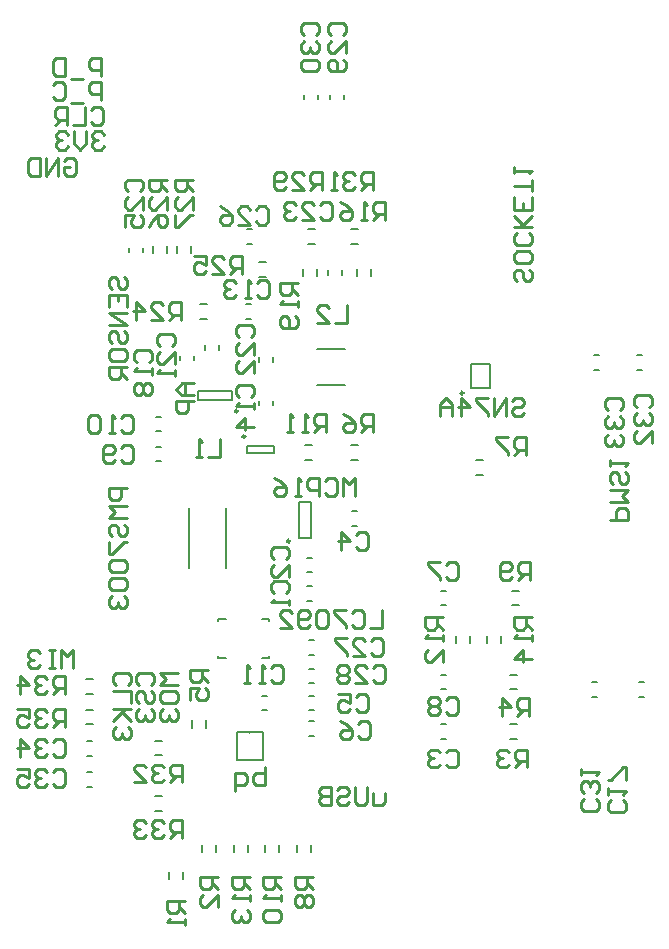
<source format=gbo>
G04*
G04 #@! TF.GenerationSoftware,Altium Limited,Altium Designer,18.0.7 (293)*
G04*
G04 Layer_Color=32896*
%FSLAX42Y42*%
%MOMM*%
G71*
G01*
G75*
%ADD10C,0.25*%
%ADD12C,0.20*%
%ADD13C,0.10*%
%ADD15C,0.25*%
D10*
X5575Y6954D02*
G03*
X5575Y6954I-12J0D01*
G01*
X5638Y6739D02*
G03*
X5638Y6739I-12J0D01*
G01*
X6017Y5853D02*
G03*
X6017Y5853I-12J0D01*
G01*
X7485Y7107D02*
G03*
X7485Y7107I-12J0D01*
G01*
D12*
X5664Y4240D02*
G03*
X5689Y4240I12J0D01*
G01*
X6258Y9594D02*
Y9634D01*
X6138Y9594D02*
Y9634D01*
X6474Y9594D02*
Y9634D01*
X6353Y9594D02*
Y9634D01*
X6168Y8373D02*
X6228D01*
X6168Y8493D02*
X6228D01*
X6536Y8493D02*
X6596D01*
X6536Y8373D02*
X6596D01*
X5657D02*
X5697D01*
X5657Y8493D02*
X5697D01*
X5419Y7473D02*
Y7513D01*
X5299Y7473D02*
Y7513D01*
X5644Y7858D02*
X5684D01*
X5644Y7738D02*
X5684D01*
X5178Y8289D02*
Y8349D01*
X5058Y8289D02*
Y8349D01*
X4975Y8289D02*
Y8349D01*
X4855Y8289D02*
Y8349D01*
X4772Y8299D02*
Y8339D01*
X4652Y8299D02*
Y8339D01*
X5253Y7738D02*
X5313D01*
X5253Y7858D02*
X5313D01*
X5757Y8093D02*
X5817D01*
X5757Y8213D02*
X5817D01*
X6461Y8108D02*
Y8148D01*
X6341Y8108D02*
Y8148D01*
X5083Y7384D02*
Y7424D01*
X5203Y7384D02*
Y7424D01*
X5877Y7371D02*
Y7411D01*
X5757Y7371D02*
Y7411D01*
X5530Y7047D02*
Y7127D01*
X5240Y7047D02*
Y7127D01*
Y7047D02*
X5530D01*
X5240Y7127D02*
X5530D01*
X6125Y8098D02*
Y8158D01*
X6245Y8098D02*
Y8158D01*
X6702Y8098D02*
Y8158D01*
X6582Y8098D02*
Y8158D01*
X5757Y7003D02*
Y7043D01*
X5877Y7003D02*
Y7043D01*
X6243Y7484D02*
X6483D01*
X6243Y7172D02*
X6483D01*
X4882Y6531D02*
X4922D01*
X4882Y6651D02*
X4922D01*
X4882Y6785D02*
X4922D01*
X4882Y6905D02*
X4922D01*
X5651Y6599D02*
X5881D01*
X5651Y6659D02*
X5881D01*
Y6599D02*
Y6659D01*
X5651Y6599D02*
Y6659D01*
X6097Y5878D02*
X6197D01*
X6097Y6188D02*
X6197D01*
X6097Y5878D02*
Y6188D01*
X6197Y5878D02*
Y6188D01*
X6546Y6105D02*
X6586D01*
X6546Y5985D02*
X6586D01*
X5165Y5630D02*
Y6130D01*
X5477Y5630D02*
Y6130D01*
X6165Y5712D02*
X6205D01*
X6165Y5592D02*
X6205D01*
X6165Y5470D02*
X6205D01*
X6165Y5350D02*
X6205D01*
X6142Y6544D02*
X6202D01*
X6142Y6664D02*
X6202D01*
X6536Y6544D02*
X6596D01*
X6536Y6664D02*
X6596D01*
X5784Y4423D02*
X5824D01*
X5784Y4543D02*
X5824D01*
X5411Y4864D02*
X5472D01*
X5780D02*
X5841D01*
X5411Y5194D02*
X5472D01*
X5780D02*
X5841D01*
X5411Y4864D02*
Y4879D01*
Y5179D02*
Y5194D01*
X5841Y4864D02*
Y4879D01*
Y5179D02*
Y5194D01*
X5305Y4275D02*
Y4335D01*
X5185Y4275D02*
Y4335D01*
X5689Y4240D02*
X5785D01*
X5569D02*
X5664D01*
X5569Y3999D02*
Y4240D01*
Y3999D02*
X5785D01*
Y4240D01*
X4995Y2993D02*
Y3053D01*
X5115Y2993D02*
Y3053D01*
X5394Y3221D02*
Y3281D01*
X5274Y3221D02*
Y3281D01*
X5661Y3221D02*
Y3281D01*
X5541Y3221D02*
Y3281D01*
X6074Y3221D02*
Y3281D01*
X6194Y3221D02*
Y3281D01*
X5807Y3221D02*
Y3281D01*
X5927Y3221D02*
Y3281D01*
X6178Y5013D02*
X6218D01*
X6178Y4893D02*
X6218D01*
X6178Y4772D02*
X6218D01*
X6178Y4652D02*
X6218D01*
X6178Y4543D02*
X6218D01*
X6178Y4423D02*
X6218D01*
X6178Y4327D02*
X6218D01*
X6178Y4207D02*
X6218D01*
X4288Y4563D02*
X4348D01*
X4288Y4683D02*
X4348D01*
X4288Y4301D02*
X4348D01*
X4288Y4421D02*
X4348D01*
X4298Y4037D02*
X4338D01*
X4298Y4157D02*
X4338D01*
X4872Y3572D02*
X4932D01*
X4872Y3692D02*
X4932D01*
X4872Y4040D02*
X4932D01*
X4872Y4160D02*
X4932D01*
X4298Y3775D02*
X4338D01*
X4298Y3895D02*
X4338D01*
X7590Y6537D02*
X7650D01*
X7590Y6417D02*
X7650D01*
X7895Y5432D02*
X7955D01*
X7895Y5312D02*
X7955D01*
X7295Y5432D02*
X7335D01*
X7295Y5312D02*
X7335D01*
X7687Y4987D02*
Y5047D01*
X7807Y4987D02*
Y5047D01*
X7420Y4987D02*
Y5047D01*
X7540Y4987D02*
Y5047D01*
X7882Y4721D02*
X7942D01*
X7882Y4601D02*
X7942D01*
X7295Y4721D02*
X7335D01*
X7295Y4601D02*
X7335D01*
X7882Y4302D02*
X7942D01*
X7882Y4182D02*
X7942D01*
X7295Y4302D02*
X7335D01*
X7295Y4182D02*
X7335D01*
X8959Y7306D02*
X8999D01*
X8959Y7426D02*
X8999D01*
X8591Y7426D02*
X8631D01*
X8591Y7306D02*
X8631D01*
X8972Y4537D02*
X9012D01*
X8972Y4657D02*
X9012D01*
X8578Y4657D02*
X8618D01*
X8578Y4537D02*
X8618D01*
X7553Y7147D02*
Y7357D01*
X7713Y7147D02*
Y7357D01*
X7553Y7147D02*
X7713D01*
X7553Y7357D02*
X7713D01*
D13*
X5886Y5194D02*
G03*
X5886Y5194I-5J0D01*
G01*
D15*
X4102Y9068D02*
X4128Y9093D01*
X4178D01*
X4204Y9068D01*
Y8966D01*
X4178Y8941D01*
X4128D01*
X4102Y8966D01*
Y9017D01*
X4153D01*
X4051Y8941D02*
Y9093D01*
X3950Y8941D01*
Y9093D01*
X3899D02*
Y8941D01*
X3823D01*
X3797Y8966D01*
Y9068D01*
X3823Y9093D01*
X3899D01*
X4445Y9296D02*
X4420Y9322D01*
X4369D01*
X4343Y9296D01*
Y9271D01*
X4369Y9246D01*
X4394D01*
X4369D01*
X4343Y9220D01*
Y9195D01*
X4369Y9169D01*
X4420D01*
X4445Y9195D01*
X4293Y9322D02*
Y9220D01*
X4242Y9169D01*
X4191Y9220D01*
Y9322D01*
X4140Y9296D02*
X4115Y9322D01*
X4064D01*
X4039Y9296D01*
Y9271D01*
X4064Y9246D01*
X4090D01*
X4064D01*
X4039Y9220D01*
Y9195D01*
X4064Y9169D01*
X4115D01*
X4140Y9195D01*
X4331Y9500D02*
X4356Y9525D01*
X4407D01*
X4432Y9500D01*
Y9398D01*
X4407Y9373D01*
X4356D01*
X4331Y9398D01*
X4280Y9525D02*
Y9373D01*
X4178D01*
X4128D02*
Y9525D01*
X4051D01*
X4026Y9500D01*
Y9449D01*
X4051Y9423D01*
X4128D01*
X4077D02*
X4026Y9373D01*
X4420Y9589D02*
Y9741D01*
X4343D01*
X4318Y9715D01*
Y9665D01*
X4343Y9639D01*
X4420D01*
X4267Y9563D02*
X4166D01*
X4013Y9715D02*
X4039Y9741D01*
X4090D01*
X4115Y9715D01*
Y9614D01*
X4090Y9589D01*
X4039D01*
X4013Y9614D01*
X4420Y9792D02*
Y9944D01*
X4343D01*
X4318Y9919D01*
Y9868D01*
X4343Y9842D01*
X4420D01*
X4267Y9766D02*
X4166D01*
X4115Y9944D02*
Y9792D01*
X4039D01*
X4013Y9817D01*
Y9919D01*
X4039Y9944D01*
X4115D01*
X4178Y4775D02*
Y4928D01*
X4128Y4877D01*
X4077Y4928D01*
Y4775D01*
X4026Y4928D02*
X3975D01*
X4001D01*
Y4775D01*
X4026D01*
X3975D01*
X3899Y4902D02*
X3874Y4928D01*
X3823D01*
X3797Y4902D01*
Y4877D01*
X3823Y4851D01*
X3848D01*
X3823D01*
X3797Y4826D01*
Y4801D01*
X3823Y4775D01*
X3874D01*
X3899Y4801D01*
X5067Y4737D02*
X4915D01*
X4966Y4686D01*
X4915Y4636D01*
X5067D01*
X4915Y4509D02*
Y4559D01*
X4940Y4585D01*
X5042D01*
X5067Y4559D01*
Y4509D01*
X5042Y4483D01*
X4940D01*
X4915Y4509D01*
X4940Y4432D02*
X4915Y4407D01*
Y4356D01*
X4940Y4331D01*
X4966D01*
X4991Y4356D01*
Y4382D01*
Y4356D01*
X5017Y4331D01*
X5042D01*
X5067Y4356D01*
Y4407D01*
X5042Y4432D01*
X4737Y4636D02*
X4712Y4661D01*
Y4712D01*
X4737Y4737D01*
X4839D01*
X4864Y4712D01*
Y4661D01*
X4839Y4636D01*
X4737Y4483D02*
X4712Y4509D01*
Y4559D01*
X4737Y4585D01*
X4763D01*
X4788Y4559D01*
Y4509D01*
X4813Y4483D01*
X4839D01*
X4864Y4509D01*
Y4559D01*
X4839Y4585D01*
X4737Y4432D02*
X4712Y4407D01*
Y4356D01*
X4737Y4331D01*
X4763D01*
X4788Y4356D01*
Y4382D01*
Y4356D01*
X4813Y4331D01*
X4839D01*
X4864Y4356D01*
Y4407D01*
X4839Y4432D01*
X4547Y4636D02*
X4521Y4661D01*
Y4712D01*
X4547Y4737D01*
X4648D01*
X4674Y4712D01*
Y4661D01*
X4648Y4636D01*
X4521Y4585D02*
X4674D01*
Y4483D01*
X4521Y4432D02*
X4674D01*
X4623D01*
X4521Y4331D01*
X4597Y4407D01*
X4674Y4331D01*
X4547Y4280D02*
X4521Y4255D01*
Y4204D01*
X4547Y4178D01*
X4572D01*
X4597Y4204D01*
Y4229D01*
Y4204D01*
X4623Y4178D01*
X4648D01*
X4674Y4204D01*
Y4255D01*
X4648Y4280D01*
X6794Y5270D02*
Y5118D01*
X6693D01*
X6541Y5245D02*
X6566Y5270D01*
X6617D01*
X6642Y5245D01*
Y5143D01*
X6617Y5118D01*
X6566D01*
X6541Y5143D01*
X6490Y5270D02*
X6388D01*
Y5245D01*
X6490Y5143D01*
Y5118D01*
X6337Y5245D02*
X6312Y5270D01*
X6261D01*
X6236Y5245D01*
Y5143D01*
X6261Y5118D01*
X6312D01*
X6337Y5143D01*
Y5245D01*
X6185Y5143D02*
X6160Y5118D01*
X6109D01*
X6084Y5143D01*
Y5245D01*
X6109Y5270D01*
X6160D01*
X6185Y5245D01*
Y5220D01*
X6160Y5194D01*
X6084D01*
X5931Y5118D02*
X6033D01*
X5931Y5220D01*
Y5245D01*
X5957Y5270D01*
X6007D01*
X6033Y5245D01*
X5855Y4775D02*
X5880Y4801D01*
X5931D01*
X5956Y4775D01*
Y4674D01*
X5931Y4648D01*
X5880D01*
X5855Y4674D01*
X5804Y4648D02*
X5753D01*
X5779D01*
Y4801D01*
X5804Y4775D01*
X5677Y4648D02*
X5626D01*
X5652D01*
Y4801D01*
X5677Y4775D01*
X5207Y7188D02*
X5105D01*
X5055Y7137D01*
X5105Y7087D01*
X5207D01*
X5131D01*
Y7188D01*
X5207Y7036D02*
X5055D01*
Y6960D01*
X5080Y6934D01*
X5131D01*
X5156Y6960D01*
Y7036D01*
X4013Y3899D02*
X4039Y3924D01*
X4089D01*
X4115Y3899D01*
Y3797D01*
X4089Y3772D01*
X4039D01*
X4013Y3797D01*
X3962Y3899D02*
X3937Y3924D01*
X3886D01*
X3861Y3899D01*
Y3873D01*
X3886Y3848D01*
X3912D01*
X3886D01*
X3861Y3823D01*
Y3797D01*
X3886Y3772D01*
X3937D01*
X3962Y3797D01*
X3709Y3924D02*
X3810D01*
Y3848D01*
X3759Y3873D01*
X3734D01*
X3709Y3848D01*
Y3797D01*
X3734Y3772D01*
X3785D01*
X3810Y3797D01*
X4013Y4153D02*
X4039Y4178D01*
X4089D01*
X4115Y4153D01*
Y4051D01*
X4089Y4026D01*
X4039D01*
X4013Y4051D01*
X3962Y4153D02*
X3937Y4178D01*
X3886D01*
X3861Y4153D01*
Y4127D01*
X3886Y4102D01*
X3912D01*
X3886D01*
X3861Y4077D01*
Y4051D01*
X3886Y4026D01*
X3937D01*
X3962Y4051D01*
X3734Y4026D02*
Y4178D01*
X3810Y4102D01*
X3709D01*
X8712Y6960D02*
X8687Y6985D01*
Y7036D01*
X8712Y7061D01*
X8814D01*
X8839Y7036D01*
Y6985D01*
X8814Y6960D01*
X8712Y6909D02*
X8687Y6883D01*
Y6833D01*
X8712Y6807D01*
X8738D01*
X8763Y6833D01*
Y6858D01*
Y6833D01*
X8788Y6807D01*
X8814D01*
X8839Y6833D01*
Y6883D01*
X8814Y6909D01*
X8712Y6756D02*
X8687Y6731D01*
Y6680D01*
X8712Y6655D01*
X8738D01*
X8763Y6680D01*
Y6706D01*
Y6680D01*
X8788Y6655D01*
X8814D01*
X8839Y6680D01*
Y6731D01*
X8814Y6756D01*
X8954Y6985D02*
X8928Y7010D01*
Y7061D01*
X8954Y7087D01*
X9055D01*
X9081Y7061D01*
Y7010D01*
X9055Y6985D01*
X8954Y6934D02*
X8928Y6909D01*
Y6858D01*
X8954Y6833D01*
X8979D01*
X9004Y6858D01*
Y6883D01*
Y6858D01*
X9030Y6833D01*
X9055D01*
X9081Y6858D01*
Y6909D01*
X9055Y6934D01*
X9081Y6680D02*
Y6782D01*
X8979Y6680D01*
X8954D01*
X8928Y6706D01*
Y6757D01*
X8954Y6782D01*
X8611Y3670D02*
X8636Y3645D01*
Y3594D01*
X8611Y3569D01*
X8509D01*
X8484Y3594D01*
Y3645D01*
X8509Y3670D01*
X8611Y3721D02*
X8636Y3746D01*
Y3797D01*
X8611Y3823D01*
X8585D01*
X8560Y3797D01*
Y3772D01*
Y3797D01*
X8534Y3823D01*
X8509D01*
X8484Y3797D01*
Y3746D01*
X8509Y3721D01*
X8484Y3873D02*
Y3924D01*
Y3899D01*
X8636D01*
X8611Y3873D01*
X6363Y10135D02*
X6337Y10160D01*
Y10211D01*
X6363Y10236D01*
X6464D01*
X6490Y10211D01*
Y10160D01*
X6464Y10135D01*
X6490Y9982D02*
Y10084D01*
X6388Y9982D01*
X6363D01*
X6337Y10008D01*
Y10058D01*
X6363Y10084D01*
X6464Y9931D02*
X6490Y9906D01*
Y9855D01*
X6464Y9830D01*
X6363D01*
X6337Y9855D01*
Y9906D01*
X6363Y9931D01*
X6388D01*
X6414Y9906D01*
Y9830D01*
X6134Y10135D02*
X6109Y10160D01*
Y10211D01*
X6134Y10236D01*
X6236D01*
X6261Y10211D01*
Y10160D01*
X6236Y10135D01*
X6134Y10084D02*
X6109Y10058D01*
Y10008D01*
X6134Y9982D01*
X6160D01*
X6185Y10008D01*
Y10033D01*
Y10008D01*
X6210Y9982D01*
X6236D01*
X6261Y10008D01*
Y10058D01*
X6236Y10084D01*
X6134Y9931D02*
X6109Y9906D01*
Y9855D01*
X6134Y9830D01*
X6236D01*
X6261Y9855D01*
Y9906D01*
X6236Y9931D01*
X6134D01*
X7894Y7036D02*
X7920Y7062D01*
X7971D01*
X7996Y7036D01*
Y7011D01*
X7971Y6985D01*
X7920D01*
X7894Y6960D01*
Y6935D01*
X7920Y6909D01*
X7971D01*
X7996Y6935D01*
X7844Y6909D02*
Y7062D01*
X7742Y6909D01*
Y7062D01*
X7691D02*
X7590D01*
Y7036D01*
X7691Y6935D01*
Y6909D01*
X7463D02*
Y7062D01*
X7539Y6985D01*
X7437D01*
X7386Y6909D02*
Y7011D01*
X7336Y7062D01*
X7285Y7011D01*
Y6909D01*
Y6985D01*
X7386D01*
X4509Y7988D02*
X4483Y8014D01*
Y8065D01*
X4509Y8090D01*
X4534D01*
X4559Y8065D01*
Y8014D01*
X4585Y7988D01*
X4610D01*
X4635Y8014D01*
Y8065D01*
X4610Y8090D01*
X4483Y7836D02*
Y7938D01*
X4635D01*
Y7836D01*
X4559Y7938D02*
Y7887D01*
X4635Y7785D02*
X4483D01*
X4635Y7684D01*
X4483D01*
X4509Y7531D02*
X4483Y7557D01*
Y7607D01*
X4509Y7633D01*
X4534D01*
X4559Y7607D01*
Y7557D01*
X4585Y7531D01*
X4610D01*
X4635Y7557D01*
Y7607D01*
X4610Y7633D01*
X4483Y7404D02*
Y7455D01*
X4509Y7480D01*
X4610D01*
X4635Y7455D01*
Y7404D01*
X4610Y7379D01*
X4509D01*
X4483Y7404D01*
X4635Y7328D02*
X4483D01*
Y7252D01*
X4509Y7227D01*
X4559D01*
X4585Y7252D01*
Y7328D01*
Y7277D02*
X4635Y7227D01*
X8014Y6579D02*
Y6731D01*
X7938D01*
X7912Y6706D01*
Y6655D01*
X7938Y6629D01*
X8014D01*
X7963D02*
X7912Y6579D01*
X7861Y6731D02*
X7760D01*
Y6706D01*
X7861Y6604D01*
Y6579D01*
X5613Y8115D02*
Y8268D01*
X5537D01*
X5512Y8242D01*
Y8191D01*
X5537Y8166D01*
X5613D01*
X5563D02*
X5512Y8115D01*
X5359D02*
X5461D01*
X5359Y8217D01*
Y8242D01*
X5385Y8268D01*
X5436D01*
X5461Y8242D01*
X5207Y8268D02*
X5309D01*
Y8191D01*
X5258Y8217D01*
X5233D01*
X5207Y8191D01*
Y8141D01*
X5233Y8115D01*
X5283D01*
X5309Y8141D01*
X8052Y5524D02*
Y5677D01*
X7976D01*
X7950Y5651D01*
Y5601D01*
X7976Y5575D01*
X8052D01*
X8001D02*
X7950Y5524D01*
X7899Y5550D02*
X7874Y5524D01*
X7823D01*
X7798Y5550D01*
Y5651D01*
X7823Y5677D01*
X7874D01*
X7899Y5651D01*
Y5626D01*
X7874Y5601D01*
X7798D01*
X8026Y3937D02*
Y4089D01*
X7950D01*
X7925Y4064D01*
Y4013D01*
X7950Y3988D01*
X8026D01*
X7976D02*
X7925Y3937D01*
X7874Y4064D02*
X7849Y4089D01*
X7798D01*
X7772Y4064D01*
Y4039D01*
X7798Y4013D01*
X7823D01*
X7798D01*
X7772Y3988D01*
Y3962D01*
X7798Y3937D01*
X7849D01*
X7874Y3962D01*
X8039Y4369D02*
Y4521D01*
X7963D01*
X7938Y4496D01*
Y4445D01*
X7963Y4420D01*
X8039D01*
X7988D02*
X7938Y4369D01*
X7811D02*
Y4521D01*
X7887Y4445D01*
X7785D01*
X5093Y7722D02*
Y7874D01*
X5017D01*
X4991Y7849D01*
Y7798D01*
X5017Y7772D01*
X5093D01*
X5042D02*
X4991Y7722D01*
X4839D02*
X4940D01*
X4839Y7823D01*
Y7849D01*
X4864Y7874D01*
X4915D01*
X4940Y7849D01*
X4712Y7722D02*
Y7874D01*
X4788Y7798D01*
X4686D01*
X8064Y5207D02*
X7912D01*
Y5131D01*
X7938Y5105D01*
X7988D01*
X8014Y5131D01*
Y5207D01*
Y5156D02*
X8064Y5105D01*
Y5055D02*
Y5004D01*
Y5029D01*
X7912D01*
X7938Y5055D01*
X8064Y4852D02*
X7912D01*
X7988Y4928D01*
Y4826D01*
X6820Y8572D02*
Y8725D01*
X6744D01*
X6718Y8699D01*
Y8649D01*
X6744Y8623D01*
X6820D01*
X6769D02*
X6718Y8572D01*
X6668D02*
X6617D01*
X6642D01*
Y8725D01*
X6668Y8699D01*
X6439Y8725D02*
X6490Y8699D01*
X6541Y8649D01*
Y8598D01*
X6515Y8572D01*
X6464D01*
X6439Y8598D01*
Y8623D01*
X6464Y8649D01*
X6541D01*
X6325Y6779D02*
Y6932D01*
X6248D01*
X6223Y6906D01*
Y6855D01*
X6248Y6830D01*
X6325D01*
X6274D02*
X6223Y6779D01*
X6172D02*
X6121D01*
X6147D01*
Y6932D01*
X6172Y6906D01*
X6045Y6779D02*
X5995D01*
X6020D01*
Y6932D01*
X6045Y6906D01*
X6718Y6779D02*
Y6932D01*
X6642D01*
X6617Y6906D01*
Y6855D01*
X6642Y6830D01*
X6718D01*
X6668D02*
X6617Y6779D01*
X6464Y6932D02*
X6515Y6906D01*
X6566Y6855D01*
Y6805D01*
X6541Y6779D01*
X6490D01*
X6464Y6805D01*
Y6830D01*
X6490Y6855D01*
X6566D01*
X5677Y3010D02*
X5525D01*
Y2934D01*
X5550Y2908D01*
X5601D01*
X5626Y2934D01*
Y3010D01*
Y2959D02*
X5677Y2908D01*
Y2858D02*
Y2807D01*
Y2832D01*
X5525D01*
X5550Y2858D01*
Y2731D02*
X5525Y2705D01*
Y2654D01*
X5550Y2629D01*
X5575D01*
X5601Y2654D01*
Y2680D01*
Y2654D01*
X5626Y2629D01*
X5652D01*
X5677Y2654D01*
Y2705D01*
X5652Y2731D01*
X5410Y3010D02*
X5258D01*
Y2934D01*
X5283Y2908D01*
X5334D01*
X5359Y2934D01*
Y3010D01*
Y2959D02*
X5410Y2908D01*
Y2756D02*
Y2858D01*
X5309Y2756D01*
X5283D01*
X5258Y2781D01*
Y2832D01*
X5283Y2858D01*
X5131Y2807D02*
X4978D01*
Y2731D01*
X5004Y2705D01*
X5055D01*
X5080Y2731D01*
Y2807D01*
Y2756D02*
X5131Y2705D01*
Y2654D02*
Y2604D01*
Y2629D01*
X4978D01*
X5004Y2654D01*
X5321Y4762D02*
X5169D01*
Y4686D01*
X5194Y4661D01*
X5245D01*
X5271Y4686D01*
Y4762D01*
Y4712D02*
X5321Y4661D01*
X5169Y4509D02*
Y4610D01*
X5245D01*
X5220Y4559D01*
Y4534D01*
X5245Y4509D01*
X5296D01*
X5321Y4534D01*
Y4585D01*
X5296Y4610D01*
X5944Y3010D02*
X5791D01*
Y2934D01*
X5817Y2908D01*
X5867D01*
X5893Y2934D01*
Y3010D01*
Y2959D02*
X5944Y2908D01*
Y2858D02*
Y2807D01*
Y2832D01*
X5791D01*
X5817Y2858D01*
Y2731D02*
X5791Y2705D01*
Y2654D01*
X5817Y2629D01*
X5918D01*
X5944Y2654D01*
Y2705D01*
X5918Y2731D01*
X5817D01*
X6083Y8039D02*
X5931D01*
Y7963D01*
X5956Y7938D01*
X6007D01*
X6033Y7963D01*
Y8039D01*
Y7988D02*
X6083Y7938D01*
Y7887D02*
Y7836D01*
Y7861D01*
X5931D01*
X5956Y7887D01*
X6058Y7760D02*
X6083Y7734D01*
Y7684D01*
X6058Y7658D01*
X5956D01*
X5931Y7684D01*
Y7734D01*
X5956Y7760D01*
X5982D01*
X6007Y7734D01*
Y7658D01*
X6210Y3010D02*
X6058D01*
Y2934D01*
X6083Y2908D01*
X6134D01*
X6160Y2934D01*
Y3010D01*
Y2959D02*
X6210Y2908D01*
X6083Y2858D02*
X6058Y2832D01*
Y2781D01*
X6083Y2756D01*
X6109D01*
X6134Y2781D01*
X6160Y2756D01*
X6185D01*
X6210Y2781D01*
Y2832D01*
X6185Y2858D01*
X6160D01*
X6134Y2832D01*
X6109Y2858D01*
X6083D01*
X6134Y2832D02*
Y2781D01*
X4115Y4559D02*
Y4712D01*
X4039D01*
X4013Y4686D01*
Y4635D01*
X4039Y4610D01*
X4115D01*
X4064D02*
X4013Y4559D01*
X3962Y4686D02*
X3937Y4712D01*
X3886D01*
X3861Y4686D01*
Y4661D01*
X3886Y4635D01*
X3912D01*
X3886D01*
X3861Y4610D01*
Y4585D01*
X3886Y4559D01*
X3937D01*
X3962Y4585D01*
X3734Y4559D02*
Y4712D01*
X3810Y4635D01*
X3709D01*
X6718Y8826D02*
Y8979D01*
X6642D01*
X6617Y8953D01*
Y8903D01*
X6642Y8877D01*
X6718D01*
X6668D02*
X6617Y8826D01*
X6566Y8953D02*
X6541Y8979D01*
X6490D01*
X6464Y8953D01*
Y8928D01*
X6490Y8903D01*
X6515D01*
X6490D01*
X6464Y8877D01*
Y8852D01*
X6490Y8826D01*
X6541D01*
X6566Y8852D01*
X6414Y8826D02*
X6363D01*
X6388D01*
Y8979D01*
X6414Y8953D01*
X5105Y3340D02*
Y3492D01*
X5029D01*
X5004Y3467D01*
Y3416D01*
X5029Y3391D01*
X5105D01*
X5055D02*
X5004Y3340D01*
X4953Y3467D02*
X4928Y3492D01*
X4877D01*
X4851Y3467D01*
Y3442D01*
X4877Y3416D01*
X4902D01*
X4877D01*
X4851Y3391D01*
Y3365D01*
X4877Y3340D01*
X4928D01*
X4953Y3365D01*
X4801Y3467D02*
X4775Y3492D01*
X4725D01*
X4699Y3467D01*
Y3442D01*
X4725Y3416D01*
X4750D01*
X4725D01*
X4699Y3391D01*
Y3365D01*
X4725Y3340D01*
X4775D01*
X4801Y3365D01*
X5194Y8915D02*
X5042D01*
Y8839D01*
X5067Y8814D01*
X5118D01*
X5144Y8839D01*
Y8915D01*
Y8865D02*
X5194Y8814D01*
Y8661D02*
Y8763D01*
X5093Y8661D01*
X5067D01*
X5042Y8687D01*
Y8738D01*
X5067Y8763D01*
X5042Y8611D02*
Y8509D01*
X5067D01*
X5169Y8611D01*
X5194D01*
X6287Y8826D02*
Y8979D01*
X6210D01*
X6185Y8953D01*
Y8903D01*
X6210Y8877D01*
X6287D01*
X6236D02*
X6185Y8826D01*
X6033D02*
X6134D01*
X6033Y8928D01*
Y8953D01*
X6058Y8979D01*
X6109D01*
X6134Y8953D01*
X5982Y8852D02*
X5956Y8826D01*
X5906D01*
X5880Y8852D01*
Y8953D01*
X5906Y8979D01*
X5956D01*
X5982Y8953D01*
Y8928D01*
X5956Y8903D01*
X5880D01*
X4115Y4280D02*
Y4432D01*
X4039D01*
X4013Y4407D01*
Y4356D01*
X4039Y4331D01*
X4115D01*
X4064D02*
X4013Y4280D01*
X3962Y4407D02*
X3937Y4432D01*
X3886D01*
X3861Y4407D01*
Y4381D01*
X3886Y4356D01*
X3912D01*
X3886D01*
X3861Y4331D01*
Y4305D01*
X3886Y4280D01*
X3937D01*
X3962Y4305D01*
X3709Y4432D02*
X3810D01*
Y4356D01*
X3759Y4381D01*
X3734D01*
X3709Y4356D01*
Y4305D01*
X3734Y4280D01*
X3785D01*
X3810Y4305D01*
X7315Y5207D02*
X7163D01*
Y5131D01*
X7188Y5105D01*
X7239D01*
X7264Y5131D01*
Y5207D01*
Y5156D02*
X7315Y5105D01*
Y5055D02*
Y5004D01*
Y5029D01*
X7163D01*
X7188Y5055D01*
X7315Y4826D02*
Y4928D01*
X7214Y4826D01*
X7188D01*
X7163Y4852D01*
Y4902D01*
X7188Y4928D01*
X4978Y8915D02*
X4826D01*
Y8839D01*
X4851Y8814D01*
X4902D01*
X4928Y8839D01*
Y8915D01*
Y8865D02*
X4978Y8814D01*
Y8661D02*
Y8763D01*
X4877Y8661D01*
X4851D01*
X4826Y8687D01*
Y8738D01*
X4851Y8763D01*
X4826Y8509D02*
X4851Y8560D01*
X4902Y8611D01*
X4953D01*
X4978Y8585D01*
Y8535D01*
X4953Y8509D01*
X4928D01*
X4902Y8535D01*
Y8611D01*
X5105Y3810D02*
Y3962D01*
X5029D01*
X5004Y3937D01*
Y3886D01*
X5029Y3861D01*
X5105D01*
X5055D02*
X5004Y3810D01*
X4953Y3937D02*
X4928Y3962D01*
X4877D01*
X4851Y3937D01*
Y3912D01*
X4877Y3886D01*
X4902D01*
X4877D01*
X4851Y3861D01*
Y3835D01*
X4877Y3810D01*
X4928D01*
X4953Y3835D01*
X4699Y3810D02*
X4801D01*
X4699Y3912D01*
Y3937D01*
X4725Y3962D01*
X4775D01*
X4801Y3937D01*
X4635Y6299D02*
X4483D01*
Y6223D01*
X4509Y6198D01*
X4559D01*
X4585Y6223D01*
Y6299D01*
X4635Y6147D02*
X4483D01*
X4534Y6096D01*
X4483Y6045D01*
X4635D01*
X4509Y5893D02*
X4483Y5918D01*
Y5969D01*
X4509Y5994D01*
X4534D01*
X4559Y5969D01*
Y5918D01*
X4585Y5893D01*
X4610D01*
X4635Y5918D01*
Y5969D01*
X4610Y5994D01*
X4483Y5842D02*
Y5741D01*
X4509D01*
X4610Y5842D01*
X4635D01*
X4509Y5690D02*
X4483Y5664D01*
Y5614D01*
X4509Y5588D01*
X4610D01*
X4635Y5614D01*
Y5664D01*
X4610Y5690D01*
X4509D01*
Y5537D02*
X4483Y5512D01*
Y5461D01*
X4509Y5436D01*
X4610D01*
X4635Y5461D01*
Y5512D01*
X4610Y5537D01*
X4509D01*
Y5385D02*
X4483Y5360D01*
Y5309D01*
X4509Y5284D01*
X4534D01*
X4559Y5309D01*
Y5334D01*
Y5309D01*
X4585Y5284D01*
X4610D01*
X4635Y5309D01*
Y5360D01*
X4610Y5385D01*
X8725Y6033D02*
X8877D01*
Y6109D01*
X8852Y6134D01*
X8801D01*
X8776Y6109D01*
Y6033D01*
X8725Y6185D02*
X8877D01*
X8826Y6236D01*
X8877Y6286D01*
X8725D01*
X8852Y6439D02*
X8877Y6413D01*
Y6363D01*
X8852Y6337D01*
X8826D01*
X8801Y6363D01*
Y6413D01*
X8776Y6439D01*
X8750D01*
X8725Y6413D01*
Y6363D01*
X8750Y6337D01*
X8725Y6490D02*
Y6540D01*
Y6515D01*
X8877D01*
X8852Y6490D01*
X6820Y3721D02*
Y3645D01*
X6795Y3619D01*
X6718D01*
Y3721D01*
X6668Y3772D02*
Y3645D01*
X6642Y3619D01*
X6591D01*
X6566Y3645D01*
Y3772D01*
X6414Y3746D02*
X6439Y3772D01*
X6490D01*
X6515Y3746D01*
Y3721D01*
X6490Y3696D01*
X6439D01*
X6414Y3670D01*
Y3645D01*
X6439Y3619D01*
X6490D01*
X6515Y3645D01*
X6363Y3772D02*
Y3619D01*
X6287D01*
X6261Y3645D01*
Y3670D01*
X6287Y3696D01*
X6363D01*
X6287D01*
X6261Y3721D01*
Y3746D01*
X6287Y3772D01*
X6363D01*
X6566Y6236D02*
Y6388D01*
X6515Y6337D01*
X6464Y6388D01*
Y6236D01*
X6312Y6363D02*
X6337Y6388D01*
X6388D01*
X6414Y6363D01*
Y6261D01*
X6388Y6236D01*
X6337D01*
X6312Y6261D01*
X6261Y6236D02*
Y6388D01*
X6185D01*
X6160Y6363D01*
Y6312D01*
X6185Y6286D01*
X6261D01*
X6109Y6236D02*
X6058D01*
X6083D01*
Y6388D01*
X6109Y6363D01*
X5880Y6388D02*
X5931Y6363D01*
X5982Y6312D01*
Y6261D01*
X5956Y6236D01*
X5906D01*
X5880Y6261D01*
Y6286D01*
X5906Y6312D01*
X5982D01*
X5423Y6718D02*
Y6566D01*
X5321D01*
X5271D02*
X5220D01*
X5245D01*
Y6718D01*
X5271Y6693D01*
X6502Y7849D02*
Y7696D01*
X6401D01*
X6248D02*
X6350D01*
X6248Y7798D01*
Y7823D01*
X6274Y7849D01*
X6325D01*
X6350Y7823D01*
X4724Y7366D02*
X4699Y7391D01*
Y7442D01*
X4724Y7468D01*
X4826D01*
X4851Y7442D01*
Y7391D01*
X4826Y7366D01*
X4851Y7315D02*
Y7264D01*
Y7290D01*
X4699D01*
X4724Y7315D01*
Y7188D02*
X4699Y7163D01*
Y7112D01*
X4724Y7087D01*
X4750D01*
X4775Y7112D01*
X4801Y7087D01*
X4826D01*
X4851Y7112D01*
Y7163D01*
X4826Y7188D01*
X4801D01*
X4775Y7163D01*
X4750Y7188D01*
X4724D01*
X4775Y7163D02*
Y7112D01*
X4915Y7506D02*
X4890Y7531D01*
Y7582D01*
X4915Y7607D01*
X5017D01*
X5042Y7582D01*
Y7531D01*
X5017Y7506D01*
X5042Y7353D02*
Y7455D01*
X4940Y7353D01*
X4915D01*
X4890Y7379D01*
Y7430D01*
X4915Y7455D01*
X5042Y7303D02*
Y7252D01*
Y7277D01*
X4890D01*
X4915Y7303D01*
X5588Y7074D02*
X5563Y7099D01*
Y7150D01*
X5588Y7175D01*
X5690D01*
X5715Y7150D01*
Y7099D01*
X5690Y7074D01*
X5715Y7023D02*
Y6972D01*
Y6998D01*
X5563D01*
X5588Y7023D01*
X5715Y6820D02*
X5563D01*
X5639Y6896D01*
Y6795D01*
X5740Y8039D02*
X5766Y8064D01*
X5817D01*
X5842Y8039D01*
Y7937D01*
X5817Y7912D01*
X5766D01*
X5740Y7937D01*
X5690Y7912D02*
X5639D01*
X5664D01*
Y8064D01*
X5690Y8039D01*
X5563D02*
X5537Y8064D01*
X5487D01*
X5461Y8039D01*
Y8014D01*
X5487Y7988D01*
X5512D01*
X5487D01*
X5461Y7963D01*
Y7937D01*
X5487Y7912D01*
X5537D01*
X5563Y7937D01*
X7341Y5651D02*
X7366Y5677D01*
X7417D01*
X7442Y5651D01*
Y5550D01*
X7417Y5524D01*
X7366D01*
X7341Y5550D01*
X7290Y5677D02*
X7188D01*
Y5651D01*
X7290Y5550D01*
Y5524D01*
X7341Y4508D02*
X7366Y4534D01*
X7417D01*
X7442Y4508D01*
Y4407D01*
X7417Y4381D01*
X7366D01*
X7341Y4407D01*
X7290Y4508D02*
X7264Y4534D01*
X7214D01*
X7188Y4508D01*
Y4483D01*
X7214Y4458D01*
X7188Y4432D01*
Y4407D01*
X7214Y4381D01*
X7264D01*
X7290Y4407D01*
Y4432D01*
X7264Y4458D01*
X7290Y4483D01*
Y4508D01*
X7264Y4458D02*
X7214D01*
X7341Y4064D02*
X7366Y4089D01*
X7417D01*
X7442Y4064D01*
Y3962D01*
X7417Y3937D01*
X7366D01*
X7341Y3962D01*
X7290Y4064D02*
X7264Y4089D01*
X7214D01*
X7188Y4064D01*
Y4039D01*
X7214Y4013D01*
X7239D01*
X7214D01*
X7188Y3988D01*
Y3962D01*
X7214Y3937D01*
X7264D01*
X7290Y3962D01*
X4648Y8814D02*
X4623Y8839D01*
Y8890D01*
X4648Y8915D01*
X4750D01*
X4775Y8890D01*
Y8839D01*
X4750Y8814D01*
X4775Y8661D02*
Y8763D01*
X4674Y8661D01*
X4648D01*
X4623Y8687D01*
Y8738D01*
X4648Y8763D01*
X4623Y8509D02*
Y8611D01*
X4699D01*
X4674Y8560D01*
Y8535D01*
X4699Y8509D01*
X4750D01*
X4775Y8535D01*
Y8585D01*
X4750Y8611D01*
X5728Y8661D02*
X5753Y8687D01*
X5804D01*
X5829Y8661D01*
Y8560D01*
X5804Y8534D01*
X5753D01*
X5728Y8560D01*
X5575Y8534D02*
X5677D01*
X5575Y8636D01*
Y8661D01*
X5601Y8687D01*
X5652D01*
X5677Y8661D01*
X5423Y8687D02*
X5474Y8661D01*
X5525Y8611D01*
Y8560D01*
X5499Y8534D01*
X5448D01*
X5423Y8560D01*
Y8585D01*
X5448Y8611D01*
X5525D01*
X6274Y8699D02*
X6299Y8725D01*
X6350D01*
X6375Y8699D01*
Y8598D01*
X6350Y8572D01*
X6299D01*
X6274Y8598D01*
X6121Y8572D02*
X6223D01*
X6121Y8674D01*
Y8699D01*
X6147Y8725D01*
X6198D01*
X6223Y8699D01*
X6071D02*
X6045Y8725D01*
X5995D01*
X5969Y8699D01*
Y8674D01*
X5995Y8649D01*
X6020D01*
X5995D01*
X5969Y8623D01*
Y8598D01*
X5995Y8572D01*
X6045D01*
X6071Y8598D01*
X5588Y7582D02*
X5563Y7607D01*
Y7658D01*
X5588Y7683D01*
X5690D01*
X5715Y7658D01*
Y7607D01*
X5690Y7582D01*
X5715Y7430D02*
Y7531D01*
X5613Y7430D01*
X5588D01*
X5563Y7455D01*
Y7506D01*
X5588Y7531D01*
X5715Y7277D02*
Y7379D01*
X5613Y7277D01*
X5588D01*
X5563Y7303D01*
Y7353D01*
X5588Y7379D01*
X8839Y3658D02*
X8865Y3632D01*
Y3581D01*
X8839Y3556D01*
X8738D01*
X8712Y3581D01*
Y3632D01*
X8738Y3658D01*
X8712Y3708D02*
Y3759D01*
Y3734D01*
X8865D01*
X8839Y3708D01*
X8865Y3835D02*
Y3937D01*
X8839D01*
X8738Y3835D01*
X8712D01*
X4585Y6642D02*
X4610Y6667D01*
X4661D01*
X4686Y6642D01*
Y6540D01*
X4661Y6515D01*
X4610D01*
X4585Y6540D01*
X4534D02*
X4509Y6515D01*
X4458D01*
X4432Y6540D01*
Y6642D01*
X4458Y6667D01*
X4509D01*
X4534Y6642D01*
Y6617D01*
X4509Y6591D01*
X4432D01*
X6591Y4305D02*
X6617Y4331D01*
X6668D01*
X6693Y4305D01*
Y4204D01*
X6668Y4178D01*
X6617D01*
X6591Y4204D01*
X6439Y4331D02*
X6490Y4305D01*
X6541Y4254D01*
Y4204D01*
X6515Y4178D01*
X6464D01*
X6439Y4204D01*
Y4229D01*
X6464Y4254D01*
X6541D01*
X6706Y5004D02*
X6731Y5029D01*
X6782D01*
X6807Y5004D01*
Y4902D01*
X6782Y4877D01*
X6731D01*
X6706Y4902D01*
X6553Y4877D02*
X6655D01*
X6553Y4978D01*
Y5004D01*
X6579Y5029D01*
X6629D01*
X6655Y5004D01*
X6502Y5029D02*
X6401D01*
Y5004D01*
X6502Y4902D01*
Y4877D01*
X6718Y4775D02*
X6744Y4801D01*
X6795D01*
X6820Y4775D01*
Y4674D01*
X6795Y4648D01*
X6744D01*
X6718Y4674D01*
X6566Y4648D02*
X6668D01*
X6566Y4750D01*
Y4775D01*
X6591Y4801D01*
X6642D01*
X6668Y4775D01*
X6515D02*
X6490Y4801D01*
X6439D01*
X6414Y4775D01*
Y4750D01*
X6439Y4724D01*
X6414Y4699D01*
Y4674D01*
X6439Y4648D01*
X6490D01*
X6515Y4674D01*
Y4699D01*
X6490Y4724D01*
X6515Y4750D01*
Y4775D01*
X6490Y4724D02*
X6439D01*
X4585Y6896D02*
X4610Y6921D01*
X4661D01*
X4686Y6896D01*
Y6794D01*
X4661Y6769D01*
X4610D01*
X4585Y6794D01*
X4534Y6769D02*
X4483D01*
X4509D01*
Y6921D01*
X4534Y6896D01*
X4407D02*
X4382Y6921D01*
X4331D01*
X4305Y6896D01*
Y6794D01*
X4331Y6769D01*
X4382D01*
X4407Y6794D01*
Y6896D01*
X6579Y5905D02*
X6604Y5931D01*
X6655D01*
X6680Y5905D01*
Y5804D01*
X6655Y5778D01*
X6604D01*
X6579Y5804D01*
X6452Y5778D02*
Y5931D01*
X6528Y5855D01*
X6426D01*
X5880Y5702D02*
X5855Y5728D01*
Y5779D01*
X5880Y5804D01*
X5982D01*
X6007Y5779D01*
Y5728D01*
X5982Y5702D01*
X6007Y5550D02*
Y5652D01*
X5906Y5550D01*
X5880D01*
X5855Y5575D01*
Y5626D01*
X5880Y5652D01*
Y5410D02*
X5855Y5436D01*
Y5486D01*
X5880Y5512D01*
X5982D01*
X6007Y5486D01*
Y5436D01*
X5982Y5410D01*
X6007Y5359D02*
Y5309D01*
Y5334D01*
X5855D01*
X5880Y5359D01*
X6579Y4534D02*
X6604Y4559D01*
X6655D01*
X6680Y4534D01*
Y4432D01*
X6655Y4407D01*
X6604D01*
X6579Y4432D01*
X6426Y4559D02*
X6528D01*
Y4483D01*
X6477Y4508D01*
X6452D01*
X6426Y4483D01*
Y4432D01*
X6452Y4407D01*
X6502D01*
X6528Y4432D01*
X8039Y8153D02*
X8064Y8128D01*
Y8077D01*
X8039Y8052D01*
X8014D01*
X7988Y8077D01*
Y8128D01*
X7963Y8153D01*
X7937D01*
X7912Y8128D01*
Y8077D01*
X7937Y8052D01*
X8064Y8280D02*
Y8230D01*
X8039Y8204D01*
X7937D01*
X7912Y8230D01*
Y8280D01*
X7937Y8306D01*
X8039D01*
X8064Y8280D01*
X8039Y8458D02*
X8064Y8433D01*
Y8382D01*
X8039Y8357D01*
X7937D01*
X7912Y8382D01*
Y8433D01*
X7937Y8458D01*
X8064Y8509D02*
X7912D01*
X7963D01*
X8064Y8610D01*
X7988Y8534D01*
X7912Y8610D01*
X8064Y8763D02*
Y8661D01*
X7912D01*
Y8763D01*
X7988Y8661D02*
Y8712D01*
X8064Y8814D02*
Y8915D01*
Y8864D01*
X7912D01*
Y8966D02*
Y9017D01*
Y8991D01*
X8064D01*
X8039Y8966D01*
X5804Y3937D02*
Y3785D01*
X5728D01*
X5702Y3810D01*
Y3835D01*
Y3861D01*
X5728Y3886D01*
X5804D01*
X5550Y3734D02*
Y3886D01*
X5626D01*
X5652Y3861D01*
Y3810D01*
X5626Y3785D01*
X5550D01*
M02*

</source>
